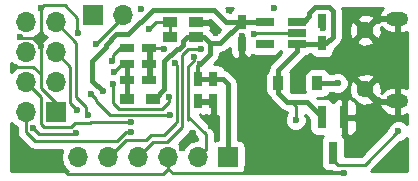
<source format=gbl>
G04 #@! TF.FileFunction,Copper,L2,Bot,Signal*
%FSLAX46Y46*%
G04 Gerber Fmt 4.6, Leading zero omitted, Abs format (unit mm)*
G04 Created by KiCad (PCBNEW 4.0.7) date 04/14/18 18:56:33*
%MOMM*%
%LPD*%
G01*
G04 APERTURE LIST*
%ADD10C,0.100000*%
%ADD11R,0.750000X1.200000*%
%ADD12R,1.200000X0.750000*%
%ADD13C,1.450000*%
%ADD14O,1.900000X1.200000*%
%ADD15R,1.700000X1.700000*%
%ADD16O,1.700000X1.700000*%
%ADD17R,1.200000X0.900000*%
%ADD18R,0.900000X1.200000*%
%ADD19R,1.560000X0.650000*%
%ADD20R,0.800000X1.900000*%
%ADD21C,0.600000*%
%ADD22C,0.250000*%
%ADD23C,0.400000*%
%ADD24C,0.300000*%
%ADD25C,0.254000*%
G04 APERTURE END LIST*
D10*
D11*
X120332500Y-56385500D03*
X120332500Y-54485500D03*
X113538000Y-54549000D03*
X113538000Y-56449000D03*
D12*
X103825000Y-59499500D03*
X105725000Y-59499500D03*
X103825000Y-58166000D03*
X105725000Y-58166000D03*
X103825000Y-56769000D03*
X105725000Y-56769000D03*
D11*
X109855000Y-59375000D03*
X109855000Y-61275000D03*
X111125000Y-59375000D03*
X111125000Y-61275000D03*
D13*
X124015000Y-60285000D03*
X124015000Y-55285000D03*
D14*
X126715000Y-61285000D03*
X126715000Y-54285000D03*
D15*
X100965000Y-53975000D03*
D16*
X103505000Y-53975000D03*
D17*
X106065500Y-61087000D03*
X103865500Y-61087000D03*
X107485000Y-55880000D03*
X109685000Y-55880000D03*
X107485000Y-54610000D03*
X109685000Y-54610000D03*
D18*
X116650500Y-59753500D03*
X119950500Y-59753500D03*
D19*
X118190000Y-54549000D03*
X118190000Y-55499000D03*
X118190000Y-56449000D03*
X115490000Y-56449000D03*
X115490000Y-54549000D03*
D20*
X120335000Y-62635000D03*
X122235000Y-62635000D03*
X121285000Y-65635000D03*
D15*
X97790000Y-62230000D03*
D16*
X95250000Y-62230000D03*
X97790000Y-59690000D03*
X95250000Y-59690000D03*
X97790000Y-57150000D03*
X95250000Y-57150000D03*
X97790000Y-54610000D03*
X95250000Y-54610000D03*
D15*
X112395000Y-66040000D03*
D16*
X109855000Y-66040000D03*
X107315000Y-66040000D03*
X104775000Y-66040000D03*
X102235000Y-66040000D03*
X99695000Y-66040000D03*
D21*
X118110000Y-62865000D03*
X114554000Y-58229500D03*
X120269000Y-58039000D03*
X122428000Y-56705500D03*
X125095000Y-61912500D03*
X122301000Y-54419500D03*
X124015500Y-53594000D03*
X113982500Y-66992500D03*
X94678500Y-66929000D03*
X96520000Y-56578500D03*
X94742000Y-55880000D03*
X99695000Y-55499000D03*
X96520000Y-53403500D03*
X94361000Y-58420000D03*
X111506000Y-55308500D03*
X116268500Y-53403500D03*
X112458500Y-53594000D03*
X114554000Y-55562500D03*
X113538000Y-55753000D03*
X105029000Y-53467000D03*
X106997500Y-56896000D03*
X110934500Y-63373000D03*
X108521500Y-65214500D03*
X109410500Y-63944500D03*
X114173000Y-63309500D03*
X115379500Y-65341500D03*
X114173000Y-60134500D03*
X122174000Y-61023500D03*
X120078500Y-65976500D03*
X122237500Y-67373500D03*
X127254000Y-67119500D03*
X127063500Y-65024000D03*
X126715000Y-56785000D03*
X126682500Y-58801000D03*
X120459500Y-55118000D03*
X101790500Y-60452000D03*
X110045500Y-58102500D03*
X102743000Y-58801000D03*
X107886500Y-58039000D03*
X102552500Y-57848500D03*
X99504500Y-63944500D03*
X95885000Y-63563500D03*
X126809500Y-63817500D03*
X104140000Y-63881000D03*
X104203500Y-63055500D03*
X99631500Y-62039500D03*
X100520500Y-62484000D03*
X100774500Y-60642500D03*
X107442000Y-62420500D03*
X121666000Y-59753500D03*
X109474000Y-57531000D03*
X110109000Y-56896000D03*
X101219000Y-56451500D03*
X102616000Y-59817000D03*
X107378500Y-60960000D03*
X105727500Y-55181500D03*
D22*
X117411500Y-61341000D02*
X117729000Y-61341000D01*
X118110000Y-61722000D02*
X118110000Y-62865000D01*
X117729000Y-61341000D02*
X118110000Y-61722000D01*
D23*
X116650500Y-59753500D02*
X116650500Y-60580000D01*
X119041000Y-61341000D02*
X120335000Y-62635000D01*
X117411500Y-61341000D02*
X119041000Y-61341000D01*
X116650500Y-60580000D02*
X117411500Y-61341000D01*
X118190000Y-54549000D02*
X118806000Y-54549000D01*
X118806000Y-54549000D02*
X119253000Y-54102000D01*
X119253000Y-54102000D02*
X119253000Y-53784500D01*
X119253000Y-53784500D02*
X119761000Y-53276500D01*
X119761000Y-53276500D02*
X120904000Y-53276500D01*
X120904000Y-53276500D02*
X121285000Y-53657500D01*
X121285000Y-53657500D02*
X121285000Y-55816500D01*
X121285000Y-55816500D02*
X120716000Y-56385500D01*
X120716000Y-56385500D02*
X120332500Y-56385500D01*
X118190000Y-56449000D02*
X120269000Y-56449000D01*
X120269000Y-56449000D02*
X120332500Y-56385500D01*
X116650500Y-59753500D02*
X116650500Y-58609500D01*
X118190000Y-57070000D02*
X118190000Y-56449000D01*
X116650500Y-58609500D02*
X118190000Y-57070000D01*
D22*
X113538000Y-57213500D02*
X114554000Y-58229500D01*
X113538000Y-56449000D02*
X113538000Y-57213500D01*
X122174000Y-56705500D02*
X120840500Y-58039000D01*
X120840500Y-58039000D02*
X120269000Y-58039000D01*
X122428000Y-56705500D02*
X122174000Y-56705500D01*
X122301000Y-54419500D02*
X123190000Y-54419500D01*
X123190000Y-54419500D02*
X124015500Y-53594000D01*
X113474500Y-67373500D02*
X113601500Y-67373500D01*
X113601500Y-67373500D02*
X113982500Y-66992500D01*
X107315000Y-66040000D02*
X107315000Y-66992500D01*
X107315000Y-66992500D02*
X107696000Y-67373500D01*
X107696000Y-67373500D02*
X113474500Y-67373500D01*
X113474500Y-67373500D02*
X115697000Y-67373500D01*
X98425000Y-67056000D02*
X97726500Y-67056000D01*
X98806000Y-67437000D02*
X98425000Y-67056000D01*
X106870500Y-67437000D02*
X98806000Y-67437000D01*
X107315000Y-66992500D02*
X106870500Y-67437000D01*
X94678500Y-66929000D02*
X94805500Y-67056000D01*
X94805500Y-67056000D02*
X97726500Y-67056000D01*
X96520000Y-56578500D02*
X96520000Y-56261000D01*
X95885000Y-55943500D02*
X96520000Y-56578500D01*
X94805500Y-55943500D02*
X95885000Y-55943500D01*
X94742000Y-55880000D02*
X94805500Y-55943500D01*
X96520000Y-53403500D02*
X96520000Y-56261000D01*
X96520000Y-56261000D02*
X96520000Y-58991500D01*
X99631500Y-55435500D02*
X99695000Y-55499000D01*
X99631500Y-54229000D02*
X99631500Y-55435500D01*
X98552000Y-53149500D02*
X99631500Y-54229000D01*
X96774000Y-53149500D02*
X98552000Y-53149500D01*
X96520000Y-53403500D02*
X96774000Y-53149500D01*
X96520000Y-60198000D02*
X97790000Y-61468000D01*
X96520000Y-58991500D02*
X96520000Y-60198000D01*
X95885000Y-58356500D02*
X96520000Y-58991500D01*
X94361000Y-58420000D02*
X94424500Y-58356500D01*
X94424500Y-58356500D02*
X95885000Y-58356500D01*
X97790000Y-61468000D02*
X97790000Y-62230000D01*
D23*
X109685000Y-54610000D02*
X110807500Y-54610000D01*
X110807500Y-54610000D02*
X111506000Y-55308500D01*
D22*
X113538000Y-56449000D02*
X113538000Y-55753000D01*
X114617500Y-55499000D02*
X118190000Y-55499000D01*
X114554000Y-55562500D02*
X114617500Y-55499000D01*
X105725000Y-56769000D02*
X106870500Y-56769000D01*
X106870500Y-56769000D02*
X106997500Y-56896000D01*
X108521500Y-65214500D02*
X108521500Y-64833500D01*
X111125000Y-63182500D02*
X110934500Y-63373000D01*
X111125000Y-61275000D02*
X111125000Y-63182500D01*
X108521500Y-64833500D02*
X109410500Y-63944500D01*
X114173000Y-63309500D02*
X114173000Y-60134500D01*
X122237500Y-67373500D02*
X115697000Y-67373500D01*
X115379500Y-67056000D02*
X115379500Y-65341500D01*
X115697000Y-67373500D02*
X115379500Y-67056000D01*
X122235000Y-61084500D02*
X122235000Y-62635000D01*
X122174000Y-61023500D02*
X122235000Y-61084500D01*
X120078500Y-66675000D02*
X120078500Y-65976500D01*
X120650000Y-67246500D02*
X120078500Y-66675000D01*
X122110500Y-67246500D02*
X120650000Y-67246500D01*
X122237500Y-67373500D02*
X122110500Y-67246500D01*
X127254000Y-65214500D02*
X127254000Y-67119500D01*
X127063500Y-65024000D02*
X127254000Y-65214500D01*
X126682500Y-56817500D02*
X126682500Y-58801000D01*
X126682500Y-56817500D02*
X126715000Y-56785000D01*
X120332500Y-54485500D02*
X120332500Y-54991000D01*
X120332500Y-54991000D02*
X120459500Y-55118000D01*
D23*
X110871000Y-56388000D02*
X111699000Y-56388000D01*
X111699000Y-56388000D02*
X113538000Y-54549000D01*
X109685000Y-55880000D02*
X110363000Y-55880000D01*
X110871000Y-57277000D02*
X110045500Y-58102500D01*
X110871000Y-56388000D02*
X110871000Y-57277000D01*
X110363000Y-55880000D02*
X110871000Y-56388000D01*
X109685000Y-55880000D02*
X108902500Y-55880000D01*
X106997500Y-57912000D02*
X108077000Y-56832500D01*
X106997500Y-60261500D02*
X106172000Y-61087000D01*
X106997500Y-60261500D02*
X106997500Y-59563000D01*
X106997500Y-59563000D02*
X106997500Y-57912000D01*
X108267500Y-56832500D02*
X108077000Y-56832500D01*
X108585000Y-56515000D02*
X108267500Y-56832500D01*
X108585000Y-56197500D02*
X108585000Y-56515000D01*
X108902500Y-55880000D02*
X108585000Y-56197500D01*
X102044500Y-56515000D02*
X102044500Y-56705500D01*
X112207000Y-54549000D02*
X111188500Y-53530500D01*
X111188500Y-53530500D02*
X106045000Y-53530500D01*
X106045000Y-53530500D02*
X103949500Y-55626000D01*
X103949500Y-55626000D02*
X102933500Y-55626000D01*
X102933500Y-55626000D02*
X102044500Y-56515000D01*
X112456000Y-54549000D02*
X112207000Y-54549000D01*
X100901500Y-59563000D02*
X101790500Y-60452000D01*
X100901500Y-57848500D02*
X100901500Y-59563000D01*
X102044500Y-56705500D02*
X100901500Y-57848500D01*
X113538000Y-54549000D02*
X112456000Y-54549000D01*
D24*
X109855000Y-59375000D02*
X109855000Y-58293000D01*
X109855000Y-58293000D02*
X110045500Y-58102500D01*
D23*
X111125000Y-59375000D02*
X111953000Y-59375000D01*
X111953000Y-59375000D02*
X112395000Y-59817000D01*
X112395000Y-59817000D02*
X112395000Y-66040000D01*
X109855000Y-59375000D02*
X111125000Y-59375000D01*
X106065500Y-61087000D02*
X106172000Y-61087000D01*
X115490000Y-54549000D02*
X113538000Y-54549000D01*
D22*
X103825000Y-58166000D02*
X103378000Y-58166000D01*
X103378000Y-58166000D02*
X102743000Y-58801000D01*
D23*
X103825000Y-59499500D02*
X103825000Y-61046500D01*
X103825000Y-61046500D02*
X103865500Y-61087000D01*
X103825000Y-58166000D02*
X103825000Y-59499500D01*
D22*
X107950000Y-63119000D02*
X107950000Y-63113498D01*
X103759000Y-64579500D02*
X105410000Y-64579500D01*
X105410000Y-64579500D02*
X105854500Y-64135000D01*
X105854500Y-64135000D02*
X106934000Y-64135000D01*
X106934000Y-64135000D02*
X107950000Y-63119000D01*
X102298500Y-66040000D02*
X103759000Y-64579500D01*
X108071498Y-58223998D02*
X107886500Y-58039000D01*
X108071498Y-62992000D02*
X108071498Y-58223998D01*
X107950000Y-63113498D02*
X108071498Y-62992000D01*
X102235000Y-66040000D02*
X102298500Y-66040000D01*
X102552500Y-57848500D02*
X102616000Y-57785000D01*
X102616000Y-57785000D02*
X102616000Y-57404000D01*
X102616000Y-57404000D02*
X103251000Y-56769000D01*
X103251000Y-56769000D02*
X103825000Y-56769000D01*
X99504500Y-63944500D02*
X99377500Y-64071500D01*
X99377500Y-64071500D02*
X96393000Y-64071500D01*
X96393000Y-64071500D02*
X95885000Y-63563500D01*
X121285000Y-65635000D02*
X121285000Y-66230500D01*
X121285000Y-66230500D02*
X121729500Y-66675000D01*
X121729500Y-66675000D02*
X123952000Y-66675000D01*
X123952000Y-66675000D02*
X126809500Y-63817500D01*
X104140000Y-63881000D02*
X103759000Y-63881000D01*
X95250000Y-63881000D02*
X95250000Y-63246000D01*
X96012000Y-64643000D02*
X95250000Y-63881000D01*
X102997000Y-64643000D02*
X96012000Y-64643000D01*
X103759000Y-63881000D02*
X102997000Y-64643000D01*
X95250000Y-63373000D02*
X95250000Y-63246000D01*
X104140000Y-63881000D02*
X104076500Y-63944500D01*
X95250000Y-63246000D02*
X95250000Y-62230000D01*
X102489000Y-63055500D02*
X100774500Y-63055500D01*
X104203500Y-63055500D02*
X102489000Y-63055500D01*
X96831998Y-63494498D02*
X96520000Y-63182500D01*
X96520000Y-63182500D02*
X96520000Y-60960000D01*
X95250000Y-59690000D02*
X96520000Y-60960000D01*
X99065502Y-63494498D02*
X96831998Y-63494498D01*
X99441000Y-63119000D02*
X99065502Y-63494498D01*
X100711000Y-63119000D02*
X99441000Y-63119000D01*
X100774500Y-63055500D02*
X100711000Y-63119000D01*
X98996500Y-58356500D02*
X97790000Y-57150000D01*
X98996500Y-61404500D02*
X98996500Y-58356500D01*
X99631500Y-62039500D02*
X98996500Y-61404500D01*
X99504500Y-56324500D02*
X97790000Y-54610000D01*
X99504500Y-60960000D02*
X99504500Y-56324500D01*
X100330000Y-61785500D02*
X99504500Y-60960000D01*
X100330000Y-62293500D02*
X100330000Y-61785500D01*
X100520500Y-62484000D02*
X100330000Y-62293500D01*
X106934000Y-62420500D02*
X107442000Y-62420500D01*
X106934000Y-62420500D02*
X102362000Y-62420500D01*
X100774500Y-60642500D02*
X101219000Y-61087000D01*
X101219000Y-61087000D02*
X101219000Y-61277500D01*
X101219000Y-61277500D02*
X102362000Y-62420500D01*
D23*
X121666000Y-59753500D02*
X119950500Y-59753500D01*
D22*
X109029500Y-62484000D02*
X109029500Y-62611000D01*
X110490000Y-65405000D02*
X109855000Y-66040000D01*
X110490000Y-64071500D02*
X110490000Y-65405000D01*
X109029500Y-62611000D02*
X110490000Y-64071500D01*
X109474000Y-57531000D02*
X109474000Y-57848500D01*
X109029500Y-60579000D02*
X109029500Y-62484000D01*
X109029500Y-62484000D02*
X109029500Y-62865000D01*
X109029500Y-58293000D02*
X109029500Y-60579000D01*
X109474000Y-57848500D02*
X109029500Y-58293000D01*
X110109000Y-56896000D02*
X108966000Y-56896000D01*
X106045000Y-64770000D02*
X104775000Y-66040000D01*
X108521500Y-63500000D02*
X108521500Y-61023500D01*
X107251500Y-64770000D02*
X108521500Y-63500000D01*
X106045000Y-64770000D02*
X107251500Y-64770000D01*
X108521500Y-57340500D02*
X108521500Y-61023500D01*
X108966000Y-56896000D02*
X108521500Y-57340500D01*
X110109000Y-56896000D02*
X109982000Y-56896000D01*
X101219000Y-56451500D02*
X103505000Y-54165500D01*
X103505000Y-54165500D02*
X103505000Y-53975000D01*
X106172000Y-61912500D02*
X106807000Y-61912500D01*
X102616000Y-59817000D02*
X102679500Y-59880500D01*
X102679500Y-59880500D02*
X102679500Y-61468000D01*
X102679500Y-61468000D02*
X103124000Y-61912500D01*
X103124000Y-61912500D02*
X106172000Y-61912500D01*
X107378500Y-61341000D02*
X107378500Y-60960000D01*
X106807000Y-61912500D02*
X107378500Y-61341000D01*
X107485000Y-54610000D02*
X106299000Y-54610000D01*
X106299000Y-54610000D02*
X105727500Y-55181500D01*
X107485000Y-54610000D02*
X107485000Y-55880000D01*
D25*
G36*
X94170853Y-63280054D02*
X94490000Y-63493301D01*
X94490000Y-63881000D01*
X94547852Y-64171839D01*
X94712599Y-64418401D01*
X95474599Y-65180401D01*
X95721161Y-65345148D01*
X96012000Y-65403000D01*
X98349514Y-65403000D01*
X98323039Y-65442622D01*
X98210000Y-66010907D01*
X98210000Y-66069093D01*
X98323039Y-66637378D01*
X98644946Y-67119147D01*
X98818333Y-67235000D01*
X94055000Y-67235000D01*
X94055000Y-63106667D01*
X94170853Y-63280054D01*
X94170853Y-63280054D01*
G37*
X94170853Y-63280054D02*
X94490000Y-63493301D01*
X94490000Y-63881000D01*
X94547852Y-64171839D01*
X94712599Y-64418401D01*
X95474599Y-65180401D01*
X95721161Y-65345148D01*
X96012000Y-65403000D01*
X98349514Y-65403000D01*
X98323039Y-65442622D01*
X98210000Y-66010907D01*
X98210000Y-66069093D01*
X98323039Y-66637378D01*
X98644946Y-67119147D01*
X98818333Y-67235000D01*
X94055000Y-67235000D01*
X94055000Y-63106667D01*
X94170853Y-63280054D01*
G36*
X127560000Y-67235000D02*
X124455579Y-67235000D01*
X124489401Y-67212401D01*
X126949180Y-64752622D01*
X126994667Y-64752662D01*
X127338443Y-64610617D01*
X127560000Y-64389446D01*
X127560000Y-67235000D01*
X127560000Y-67235000D01*
G37*
X127560000Y-67235000D02*
X124455579Y-67235000D01*
X124489401Y-67212401D01*
X126949180Y-64752622D01*
X126994667Y-64752662D01*
X127338443Y-64610617D01*
X127560000Y-64389446D01*
X127560000Y-67235000D01*
G36*
X113665000Y-56322000D02*
X113685000Y-56322000D01*
X113685000Y-56576000D01*
X113665000Y-56576000D01*
X113665000Y-57525250D01*
X113823750Y-57684000D01*
X114039310Y-57684000D01*
X114272699Y-57587327D01*
X114451327Y-57408698D01*
X114466476Y-57372125D01*
X114710000Y-57421440D01*
X116270000Y-57421440D01*
X116505317Y-57377162D01*
X116721441Y-57238090D01*
X116841233Y-57062768D01*
X116909803Y-57169329D01*
X116060066Y-58019066D01*
X115879061Y-58289959D01*
X115815500Y-58609500D01*
X115815500Y-58646656D01*
X115749059Y-58689410D01*
X115604069Y-58901610D01*
X115553060Y-59153500D01*
X115553060Y-60353500D01*
X115597338Y-60588817D01*
X115736410Y-60804941D01*
X115882589Y-60904821D01*
X116023962Y-61116401D01*
X116060066Y-61170434D01*
X116821066Y-61931435D01*
X117091960Y-62112440D01*
X117350000Y-62163767D01*
X117350000Y-62302537D01*
X117317808Y-62334673D01*
X117175162Y-62678201D01*
X117174838Y-63050167D01*
X117316883Y-63393943D01*
X117579673Y-63657192D01*
X117923201Y-63799838D01*
X118295167Y-63800162D01*
X118638943Y-63658117D01*
X118902192Y-63395327D01*
X119044838Y-63051799D01*
X119045162Y-62679833D01*
X118936865Y-62417733D01*
X119287560Y-62768428D01*
X119287560Y-63585000D01*
X119331838Y-63820317D01*
X119470910Y-64036441D01*
X119683110Y-64181431D01*
X119935000Y-64232440D01*
X120425681Y-64232440D01*
X120288569Y-64433110D01*
X120237560Y-64685000D01*
X120237560Y-66585000D01*
X120281838Y-66820317D01*
X120420910Y-67036441D01*
X120633110Y-67181431D01*
X120885000Y-67232440D01*
X121222090Y-67232440D01*
X121225921Y-67235000D01*
X113777812Y-67235000D01*
X113841431Y-67141890D01*
X113892440Y-66890000D01*
X113892440Y-65190000D01*
X113848162Y-64954683D01*
X113709090Y-64738559D01*
X113496890Y-64593569D01*
X113245000Y-64542560D01*
X113230000Y-64542560D01*
X113230000Y-59817000D01*
X113166439Y-59497459D01*
X112985434Y-59226566D01*
X112543434Y-58784566D01*
X112541596Y-58783338D01*
X112272541Y-58603561D01*
X112109063Y-58571043D01*
X112103162Y-58539683D01*
X111964090Y-58323559D01*
X111751890Y-58178569D01*
X111500000Y-58127560D01*
X111201308Y-58127560D01*
X111461434Y-57867434D01*
X111505093Y-57802093D01*
X111642439Y-57596541D01*
X111706000Y-57277000D01*
X111706000Y-57221608D01*
X112018541Y-57159439D01*
X112289434Y-56978434D01*
X112528000Y-56739868D01*
X112528000Y-57175309D01*
X112624673Y-57408698D01*
X112803301Y-57587327D01*
X113036690Y-57684000D01*
X113252250Y-57684000D01*
X113411000Y-57525250D01*
X113411000Y-56576000D01*
X113391000Y-56576000D01*
X113391000Y-56322000D01*
X113411000Y-56322000D01*
X113411000Y-56302000D01*
X113665000Y-56302000D01*
X113665000Y-56322000D01*
X113665000Y-56322000D01*
G37*
X113665000Y-56322000D02*
X113685000Y-56322000D01*
X113685000Y-56576000D01*
X113665000Y-56576000D01*
X113665000Y-57525250D01*
X113823750Y-57684000D01*
X114039310Y-57684000D01*
X114272699Y-57587327D01*
X114451327Y-57408698D01*
X114466476Y-57372125D01*
X114710000Y-57421440D01*
X116270000Y-57421440D01*
X116505317Y-57377162D01*
X116721441Y-57238090D01*
X116841233Y-57062768D01*
X116909803Y-57169329D01*
X116060066Y-58019066D01*
X115879061Y-58289959D01*
X115815500Y-58609500D01*
X115815500Y-58646656D01*
X115749059Y-58689410D01*
X115604069Y-58901610D01*
X115553060Y-59153500D01*
X115553060Y-60353500D01*
X115597338Y-60588817D01*
X115736410Y-60804941D01*
X115882589Y-60904821D01*
X116023962Y-61116401D01*
X116060066Y-61170434D01*
X116821066Y-61931435D01*
X117091960Y-62112440D01*
X117350000Y-62163767D01*
X117350000Y-62302537D01*
X117317808Y-62334673D01*
X117175162Y-62678201D01*
X117174838Y-63050167D01*
X117316883Y-63393943D01*
X117579673Y-63657192D01*
X117923201Y-63799838D01*
X118295167Y-63800162D01*
X118638943Y-63658117D01*
X118902192Y-63395327D01*
X119044838Y-63051799D01*
X119045162Y-62679833D01*
X118936865Y-62417733D01*
X119287560Y-62768428D01*
X119287560Y-63585000D01*
X119331838Y-63820317D01*
X119470910Y-64036441D01*
X119683110Y-64181431D01*
X119935000Y-64232440D01*
X120425681Y-64232440D01*
X120288569Y-64433110D01*
X120237560Y-64685000D01*
X120237560Y-66585000D01*
X120281838Y-66820317D01*
X120420910Y-67036441D01*
X120633110Y-67181431D01*
X120885000Y-67232440D01*
X121222090Y-67232440D01*
X121225921Y-67235000D01*
X113777812Y-67235000D01*
X113841431Y-67141890D01*
X113892440Y-66890000D01*
X113892440Y-65190000D01*
X113848162Y-64954683D01*
X113709090Y-64738559D01*
X113496890Y-64593569D01*
X113245000Y-64542560D01*
X113230000Y-64542560D01*
X113230000Y-59817000D01*
X113166439Y-59497459D01*
X112985434Y-59226566D01*
X112543434Y-58784566D01*
X112541596Y-58783338D01*
X112272541Y-58603561D01*
X112109063Y-58571043D01*
X112103162Y-58539683D01*
X111964090Y-58323559D01*
X111751890Y-58178569D01*
X111500000Y-58127560D01*
X111201308Y-58127560D01*
X111461434Y-57867434D01*
X111505093Y-57802093D01*
X111642439Y-57596541D01*
X111706000Y-57277000D01*
X111706000Y-57221608D01*
X112018541Y-57159439D01*
X112289434Y-56978434D01*
X112528000Y-56739868D01*
X112528000Y-57175309D01*
X112624673Y-57408698D01*
X112803301Y-57587327D01*
X113036690Y-57684000D01*
X113252250Y-57684000D01*
X113411000Y-57525250D01*
X113411000Y-56576000D01*
X113391000Y-56576000D01*
X113391000Y-56322000D01*
X113411000Y-56322000D01*
X113411000Y-56302000D01*
X113665000Y-56302000D01*
X113665000Y-56322000D01*
G36*
X107442000Y-65913000D02*
X107462000Y-65913000D01*
X107462000Y-66167000D01*
X107442000Y-66167000D01*
X107442000Y-66187000D01*
X107188000Y-66187000D01*
X107188000Y-66167000D01*
X107168000Y-66167000D01*
X107168000Y-65913000D01*
X107188000Y-65913000D01*
X107188000Y-65893000D01*
X107442000Y-65893000D01*
X107442000Y-65913000D01*
X107442000Y-65913000D01*
G37*
X107442000Y-65913000D02*
X107462000Y-65913000D01*
X107462000Y-66167000D01*
X107442000Y-66167000D01*
X107442000Y-66187000D01*
X107188000Y-66187000D01*
X107188000Y-66167000D01*
X107168000Y-66167000D01*
X107168000Y-65913000D01*
X107188000Y-65913000D01*
X107188000Y-65893000D01*
X107442000Y-65893000D01*
X107442000Y-65913000D01*
G36*
X125401920Y-53501526D02*
X125175408Y-53929719D01*
X125171538Y-53967391D01*
X125296269Y-54158000D01*
X126588000Y-54158000D01*
X126588000Y-54138000D01*
X126842000Y-54138000D01*
X126842000Y-54158000D01*
X126862000Y-54158000D01*
X126862000Y-54412000D01*
X126842000Y-54412000D01*
X126842000Y-55520000D01*
X127192000Y-55520000D01*
X127560000Y-55406638D01*
X127560000Y-60163362D01*
X127192000Y-60050000D01*
X126842000Y-60050000D01*
X126842000Y-61158000D01*
X126862000Y-61158000D01*
X126862000Y-61412000D01*
X126842000Y-61412000D01*
X126842000Y-62520000D01*
X127192000Y-62520000D01*
X127560000Y-62406638D01*
X127560000Y-63245866D01*
X127339827Y-63025308D01*
X126996299Y-62882662D01*
X126624333Y-62882338D01*
X126280557Y-63024383D01*
X126017308Y-63287173D01*
X125874662Y-63630701D01*
X125874621Y-63677577D01*
X123637198Y-65915000D01*
X122332440Y-65915000D01*
X122332440Y-64685000D01*
X122288162Y-64449683D01*
X122149090Y-64233559D01*
X122022314Y-64146936D01*
X122108000Y-64061250D01*
X122108000Y-62762000D01*
X122362000Y-62762000D01*
X122362000Y-64061250D01*
X122520750Y-64220000D01*
X122761310Y-64220000D01*
X122994699Y-64123327D01*
X123173327Y-63944698D01*
X123270000Y-63711309D01*
X123270000Y-62920750D01*
X123111250Y-62762000D01*
X122362000Y-62762000D01*
X122108000Y-62762000D01*
X122088000Y-62762000D01*
X122088000Y-62508000D01*
X122108000Y-62508000D01*
X122108000Y-61208750D01*
X122362000Y-61208750D01*
X122362000Y-62508000D01*
X123111250Y-62508000D01*
X123270000Y-62349250D01*
X123270000Y-61558691D01*
X123173327Y-61325302D01*
X123163817Y-61315791D01*
X123241208Y-61238400D01*
X123306122Y-61476753D01*
X123816146Y-61657312D01*
X124356444Y-61628949D01*
X124420034Y-61602609D01*
X125171538Y-61602609D01*
X125175408Y-61640281D01*
X125401920Y-62068474D01*
X125775053Y-62377390D01*
X126238000Y-62520000D01*
X126588000Y-62520000D01*
X126588000Y-61412000D01*
X125296269Y-61412000D01*
X125171538Y-61602609D01*
X124420034Y-61602609D01*
X124723878Y-61476753D01*
X124788793Y-61238398D01*
X124015000Y-60464605D01*
X124000858Y-60478748D01*
X123821253Y-60299143D01*
X123835395Y-60285000D01*
X124194605Y-60285000D01*
X124968398Y-61058793D01*
X125191576Y-60998012D01*
X125296269Y-61158000D01*
X126588000Y-61158000D01*
X126588000Y-60050000D01*
X126238000Y-60050000D01*
X125775053Y-60192610D01*
X125401920Y-60501526D01*
X125338842Y-60620768D01*
X125387312Y-60483854D01*
X125358949Y-59943556D01*
X125206753Y-59576122D01*
X124968398Y-59511207D01*
X124194605Y-60285000D01*
X123835395Y-60285000D01*
X123061602Y-59511207D01*
X122823247Y-59576122D01*
X122642688Y-60086146D01*
X122671051Y-60626444D01*
X122823247Y-60993878D01*
X123061600Y-61058792D01*
X122979864Y-61140528D01*
X122761310Y-61050000D01*
X122520750Y-61050000D01*
X122362000Y-61208750D01*
X122108000Y-61208750D01*
X121949250Y-61050000D01*
X121708690Y-61050000D01*
X121475301Y-61146673D01*
X121296673Y-61325302D01*
X121281577Y-61361747D01*
X121199090Y-61233559D01*
X120986890Y-61088569D01*
X120735000Y-61037560D01*
X119935000Y-61037560D01*
X119921052Y-61040184D01*
X119881808Y-61000940D01*
X120400500Y-61000940D01*
X120635817Y-60956662D01*
X120851941Y-60817590D01*
X120996931Y-60605390D01*
X121000351Y-60588500D01*
X121238766Y-60588500D01*
X121479201Y-60688338D01*
X121851167Y-60688662D01*
X122194943Y-60546617D01*
X122458192Y-60283827D01*
X122600838Y-59940299D01*
X122601162Y-59568333D01*
X122503347Y-59331602D01*
X123241207Y-59331602D01*
X124015000Y-60105395D01*
X124788793Y-59331602D01*
X124723878Y-59093247D01*
X124213854Y-58912688D01*
X123673556Y-58941051D01*
X123306122Y-59093247D01*
X123241207Y-59331602D01*
X122503347Y-59331602D01*
X122459117Y-59224557D01*
X122196327Y-58961308D01*
X121852799Y-58818662D01*
X121480833Y-58818338D01*
X121238422Y-58918500D01*
X121003722Y-58918500D01*
X121003662Y-58918183D01*
X120864590Y-58702059D01*
X120652390Y-58557069D01*
X120400500Y-58506060D01*
X119500500Y-58506060D01*
X119265183Y-58550338D01*
X119049059Y-58689410D01*
X118904069Y-58901610D01*
X118853060Y-59153500D01*
X118853060Y-60353500D01*
X118881755Y-60506000D01*
X117757369Y-60506000D01*
X117723846Y-60472478D01*
X117747940Y-60353500D01*
X117747940Y-59153500D01*
X117703662Y-58918183D01*
X117632803Y-58808065D01*
X118780434Y-57660434D01*
X118940125Y-57421440D01*
X118970000Y-57421440D01*
X119205317Y-57377162D01*
X119350095Y-57284000D01*
X119394995Y-57284000D01*
X119493410Y-57436941D01*
X119705610Y-57581931D01*
X119957500Y-57632940D01*
X120707500Y-57632940D01*
X120942817Y-57588662D01*
X121158941Y-57449590D01*
X121303931Y-57237390D01*
X121354940Y-56985500D01*
X121354940Y-56927428D01*
X121875435Y-56406934D01*
X121988046Y-56238398D01*
X123241207Y-56238398D01*
X123306122Y-56476753D01*
X123816146Y-56657312D01*
X124356444Y-56628949D01*
X124723878Y-56476753D01*
X124788793Y-56238398D01*
X124015000Y-55464605D01*
X123241207Y-56238398D01*
X121988046Y-56238398D01*
X122056440Y-56136040D01*
X122120000Y-55816500D01*
X122120000Y-55086146D01*
X122642688Y-55086146D01*
X122671051Y-55626444D01*
X122823247Y-55993878D01*
X123061602Y-56058793D01*
X123835395Y-55285000D01*
X124194605Y-55285000D01*
X124968398Y-56058793D01*
X125206753Y-55993878D01*
X125387312Y-55483854D01*
X125361495Y-54992055D01*
X125401920Y-55068474D01*
X125775053Y-55377390D01*
X126238000Y-55520000D01*
X126588000Y-55520000D01*
X126588000Y-54412000D01*
X125296269Y-54412000D01*
X125191576Y-54571988D01*
X124968398Y-54511207D01*
X124194605Y-55285000D01*
X123835395Y-55285000D01*
X123061602Y-54511207D01*
X122823247Y-54576122D01*
X122642688Y-55086146D01*
X122120000Y-55086146D01*
X122120000Y-54331602D01*
X123241207Y-54331602D01*
X124015000Y-55105395D01*
X124788793Y-54331602D01*
X124723878Y-54093247D01*
X124213854Y-53912688D01*
X123673556Y-53941051D01*
X123306122Y-54093247D01*
X123241207Y-54331602D01*
X122120000Y-54331602D01*
X122120000Y-53657500D01*
X122071763Y-53415000D01*
X125506433Y-53415000D01*
X125401920Y-53501526D01*
X125401920Y-53501526D01*
G37*
X125401920Y-53501526D02*
X125175408Y-53929719D01*
X125171538Y-53967391D01*
X125296269Y-54158000D01*
X126588000Y-54158000D01*
X126588000Y-54138000D01*
X126842000Y-54138000D01*
X126842000Y-54158000D01*
X126862000Y-54158000D01*
X126862000Y-54412000D01*
X126842000Y-54412000D01*
X126842000Y-55520000D01*
X127192000Y-55520000D01*
X127560000Y-55406638D01*
X127560000Y-60163362D01*
X127192000Y-60050000D01*
X126842000Y-60050000D01*
X126842000Y-61158000D01*
X126862000Y-61158000D01*
X126862000Y-61412000D01*
X126842000Y-61412000D01*
X126842000Y-62520000D01*
X127192000Y-62520000D01*
X127560000Y-62406638D01*
X127560000Y-63245866D01*
X127339827Y-63025308D01*
X126996299Y-62882662D01*
X126624333Y-62882338D01*
X126280557Y-63024383D01*
X126017308Y-63287173D01*
X125874662Y-63630701D01*
X125874621Y-63677577D01*
X123637198Y-65915000D01*
X122332440Y-65915000D01*
X122332440Y-64685000D01*
X122288162Y-64449683D01*
X122149090Y-64233559D01*
X122022314Y-64146936D01*
X122108000Y-64061250D01*
X122108000Y-62762000D01*
X122362000Y-62762000D01*
X122362000Y-64061250D01*
X122520750Y-64220000D01*
X122761310Y-64220000D01*
X122994699Y-64123327D01*
X123173327Y-63944698D01*
X123270000Y-63711309D01*
X123270000Y-62920750D01*
X123111250Y-62762000D01*
X122362000Y-62762000D01*
X122108000Y-62762000D01*
X122088000Y-62762000D01*
X122088000Y-62508000D01*
X122108000Y-62508000D01*
X122108000Y-61208750D01*
X122362000Y-61208750D01*
X122362000Y-62508000D01*
X123111250Y-62508000D01*
X123270000Y-62349250D01*
X123270000Y-61558691D01*
X123173327Y-61325302D01*
X123163817Y-61315791D01*
X123241208Y-61238400D01*
X123306122Y-61476753D01*
X123816146Y-61657312D01*
X124356444Y-61628949D01*
X124420034Y-61602609D01*
X125171538Y-61602609D01*
X125175408Y-61640281D01*
X125401920Y-62068474D01*
X125775053Y-62377390D01*
X126238000Y-62520000D01*
X126588000Y-62520000D01*
X126588000Y-61412000D01*
X125296269Y-61412000D01*
X125171538Y-61602609D01*
X124420034Y-61602609D01*
X124723878Y-61476753D01*
X124788793Y-61238398D01*
X124015000Y-60464605D01*
X124000858Y-60478748D01*
X123821253Y-60299143D01*
X123835395Y-60285000D01*
X124194605Y-60285000D01*
X124968398Y-61058793D01*
X125191576Y-60998012D01*
X125296269Y-61158000D01*
X126588000Y-61158000D01*
X126588000Y-60050000D01*
X126238000Y-60050000D01*
X125775053Y-60192610D01*
X125401920Y-60501526D01*
X125338842Y-60620768D01*
X125387312Y-60483854D01*
X125358949Y-59943556D01*
X125206753Y-59576122D01*
X124968398Y-59511207D01*
X124194605Y-60285000D01*
X123835395Y-60285000D01*
X123061602Y-59511207D01*
X122823247Y-59576122D01*
X122642688Y-60086146D01*
X122671051Y-60626444D01*
X122823247Y-60993878D01*
X123061600Y-61058792D01*
X122979864Y-61140528D01*
X122761310Y-61050000D01*
X122520750Y-61050000D01*
X122362000Y-61208750D01*
X122108000Y-61208750D01*
X121949250Y-61050000D01*
X121708690Y-61050000D01*
X121475301Y-61146673D01*
X121296673Y-61325302D01*
X121281577Y-61361747D01*
X121199090Y-61233559D01*
X120986890Y-61088569D01*
X120735000Y-61037560D01*
X119935000Y-61037560D01*
X119921052Y-61040184D01*
X119881808Y-61000940D01*
X120400500Y-61000940D01*
X120635817Y-60956662D01*
X120851941Y-60817590D01*
X120996931Y-60605390D01*
X121000351Y-60588500D01*
X121238766Y-60588500D01*
X121479201Y-60688338D01*
X121851167Y-60688662D01*
X122194943Y-60546617D01*
X122458192Y-60283827D01*
X122600838Y-59940299D01*
X122601162Y-59568333D01*
X122503347Y-59331602D01*
X123241207Y-59331602D01*
X124015000Y-60105395D01*
X124788793Y-59331602D01*
X124723878Y-59093247D01*
X124213854Y-58912688D01*
X123673556Y-58941051D01*
X123306122Y-59093247D01*
X123241207Y-59331602D01*
X122503347Y-59331602D01*
X122459117Y-59224557D01*
X122196327Y-58961308D01*
X121852799Y-58818662D01*
X121480833Y-58818338D01*
X121238422Y-58918500D01*
X121003722Y-58918500D01*
X121003662Y-58918183D01*
X120864590Y-58702059D01*
X120652390Y-58557069D01*
X120400500Y-58506060D01*
X119500500Y-58506060D01*
X119265183Y-58550338D01*
X119049059Y-58689410D01*
X118904069Y-58901610D01*
X118853060Y-59153500D01*
X118853060Y-60353500D01*
X118881755Y-60506000D01*
X117757369Y-60506000D01*
X117723846Y-60472478D01*
X117747940Y-60353500D01*
X117747940Y-59153500D01*
X117703662Y-58918183D01*
X117632803Y-58808065D01*
X118780434Y-57660434D01*
X118940125Y-57421440D01*
X118970000Y-57421440D01*
X119205317Y-57377162D01*
X119350095Y-57284000D01*
X119394995Y-57284000D01*
X119493410Y-57436941D01*
X119705610Y-57581931D01*
X119957500Y-57632940D01*
X120707500Y-57632940D01*
X120942817Y-57588662D01*
X121158941Y-57449590D01*
X121303931Y-57237390D01*
X121354940Y-56985500D01*
X121354940Y-56927428D01*
X121875435Y-56406934D01*
X121988046Y-56238398D01*
X123241207Y-56238398D01*
X123306122Y-56476753D01*
X123816146Y-56657312D01*
X124356444Y-56628949D01*
X124723878Y-56476753D01*
X124788793Y-56238398D01*
X124015000Y-55464605D01*
X123241207Y-56238398D01*
X121988046Y-56238398D01*
X122056440Y-56136040D01*
X122120000Y-55816500D01*
X122120000Y-55086146D01*
X122642688Y-55086146D01*
X122671051Y-55626444D01*
X122823247Y-55993878D01*
X123061602Y-56058793D01*
X123835395Y-55285000D01*
X124194605Y-55285000D01*
X124968398Y-56058793D01*
X125206753Y-55993878D01*
X125387312Y-55483854D01*
X125361495Y-54992055D01*
X125401920Y-55068474D01*
X125775053Y-55377390D01*
X126238000Y-55520000D01*
X126588000Y-55520000D01*
X126588000Y-54412000D01*
X125296269Y-54412000D01*
X125191576Y-54571988D01*
X124968398Y-54511207D01*
X124194605Y-55285000D01*
X123835395Y-55285000D01*
X123061602Y-54511207D01*
X122823247Y-54576122D01*
X122642688Y-55086146D01*
X122120000Y-55086146D01*
X122120000Y-54331602D01*
X123241207Y-54331602D01*
X124015000Y-55105395D01*
X124788793Y-54331602D01*
X124723878Y-54093247D01*
X124213854Y-53912688D01*
X123673556Y-53941051D01*
X123306122Y-54093247D01*
X123241207Y-54331602D01*
X122120000Y-54331602D01*
X122120000Y-53657500D01*
X122071763Y-53415000D01*
X125506433Y-53415000D01*
X125401920Y-53501526D01*
G36*
X109730000Y-64386302D02*
X109730000Y-64550771D01*
X109286715Y-64638946D01*
X108804946Y-64960853D01*
X108577298Y-65301553D01*
X108510183Y-65158642D01*
X108210642Y-64885660D01*
X109058901Y-64037401D01*
X109187956Y-63844258D01*
X109730000Y-64386302D01*
X109730000Y-64386302D01*
G37*
X109730000Y-64386302D02*
X109730000Y-64550771D01*
X109286715Y-64638946D01*
X108804946Y-64960853D01*
X108577298Y-65301553D01*
X108510183Y-65158642D01*
X108210642Y-64885660D01*
X109058901Y-64037401D01*
X109187956Y-63844258D01*
X109730000Y-64386302D01*
G36*
X109982000Y-61148000D02*
X110998000Y-61148000D01*
X110998000Y-61128000D01*
X111252000Y-61128000D01*
X111252000Y-61148000D01*
X111272000Y-61148000D01*
X111272000Y-61402000D01*
X111252000Y-61402000D01*
X111252000Y-62351250D01*
X111410750Y-62510000D01*
X111560000Y-62510000D01*
X111560000Y-64542560D01*
X111545000Y-64542560D01*
X111309683Y-64586838D01*
X111250000Y-64625243D01*
X111250000Y-64071500D01*
X111192148Y-63780661D01*
X111027401Y-63534099D01*
X109982002Y-62488700D01*
X109982002Y-62351252D01*
X110140750Y-62510000D01*
X110356310Y-62510000D01*
X110490000Y-62454624D01*
X110623690Y-62510000D01*
X110839250Y-62510000D01*
X110998000Y-62351250D01*
X110998000Y-61402000D01*
X109982000Y-61402000D01*
X109982000Y-61422000D01*
X109789500Y-61422000D01*
X109789500Y-61128000D01*
X109982000Y-61128000D01*
X109982000Y-61148000D01*
X109982000Y-61148000D01*
G37*
X109982000Y-61148000D02*
X110998000Y-61148000D01*
X110998000Y-61128000D01*
X111252000Y-61128000D01*
X111252000Y-61148000D01*
X111272000Y-61148000D01*
X111272000Y-61402000D01*
X111252000Y-61402000D01*
X111252000Y-62351250D01*
X111410750Y-62510000D01*
X111560000Y-62510000D01*
X111560000Y-64542560D01*
X111545000Y-64542560D01*
X111309683Y-64586838D01*
X111250000Y-64625243D01*
X111250000Y-64071500D01*
X111192148Y-63780661D01*
X111027401Y-63534099D01*
X109982002Y-62488700D01*
X109982002Y-62351252D01*
X110140750Y-62510000D01*
X110356310Y-62510000D01*
X110490000Y-62454624D01*
X110623690Y-62510000D01*
X110839250Y-62510000D01*
X110998000Y-62351250D01*
X110998000Y-61402000D01*
X109982000Y-61402000D01*
X109982000Y-61422000D01*
X109789500Y-61422000D01*
X109789500Y-61128000D01*
X109982000Y-61128000D01*
X109982000Y-61148000D01*
G36*
X97917000Y-62103000D02*
X97937000Y-62103000D01*
X97937000Y-62357000D01*
X97917000Y-62357000D01*
X97917000Y-62377000D01*
X97663000Y-62377000D01*
X97663000Y-62357000D01*
X97643000Y-62357000D01*
X97643000Y-62103000D01*
X97663000Y-62103000D01*
X97663000Y-62083000D01*
X97917000Y-62083000D01*
X97917000Y-62103000D01*
X97917000Y-62103000D01*
G37*
X97917000Y-62103000D02*
X97937000Y-62103000D01*
X97937000Y-62357000D01*
X97917000Y-62357000D01*
X97917000Y-62377000D01*
X97663000Y-62377000D01*
X97663000Y-62357000D01*
X97643000Y-62357000D01*
X97643000Y-62103000D01*
X97663000Y-62103000D01*
X97663000Y-62083000D01*
X97917000Y-62083000D01*
X97917000Y-62103000D01*
G36*
X105852000Y-56642000D02*
X105872000Y-56642000D01*
X105872000Y-56896000D01*
X105852000Y-56896000D01*
X105852000Y-58039000D01*
X105872000Y-58039000D01*
X105872000Y-58293000D01*
X105852000Y-58293000D01*
X105852000Y-59372500D01*
X105872000Y-59372500D01*
X105872000Y-59626500D01*
X105852000Y-59626500D01*
X105852000Y-59646500D01*
X105598000Y-59646500D01*
X105598000Y-59626500D01*
X105578000Y-59626500D01*
X105578000Y-59372500D01*
X105598000Y-59372500D01*
X105598000Y-58293000D01*
X105578000Y-58293000D01*
X105578000Y-58039000D01*
X105598000Y-58039000D01*
X105598000Y-56896000D01*
X105578000Y-56896000D01*
X105578000Y-56642000D01*
X105598000Y-56642000D01*
X105598000Y-56622000D01*
X105852000Y-56622000D01*
X105852000Y-56642000D01*
X105852000Y-56642000D01*
G37*
X105852000Y-56642000D02*
X105872000Y-56642000D01*
X105872000Y-56896000D01*
X105852000Y-56896000D01*
X105852000Y-58039000D01*
X105872000Y-58039000D01*
X105872000Y-58293000D01*
X105852000Y-58293000D01*
X105852000Y-59372500D01*
X105872000Y-59372500D01*
X105872000Y-59626500D01*
X105852000Y-59626500D01*
X105852000Y-59646500D01*
X105598000Y-59646500D01*
X105598000Y-59626500D01*
X105578000Y-59626500D01*
X105578000Y-59372500D01*
X105598000Y-59372500D01*
X105598000Y-58293000D01*
X105578000Y-58293000D01*
X105578000Y-58039000D01*
X105598000Y-58039000D01*
X105598000Y-56896000D01*
X105578000Y-56896000D01*
X105578000Y-56642000D01*
X105598000Y-56642000D01*
X105598000Y-56622000D01*
X105852000Y-56622000D01*
X105852000Y-56642000D01*
G36*
X94170853Y-58200054D02*
X94500026Y-58420000D01*
X94170853Y-58639946D01*
X94055000Y-58813333D01*
X94055000Y-58026667D01*
X94170853Y-58200054D01*
X94170853Y-58200054D01*
G37*
X94170853Y-58200054D02*
X94500026Y-58420000D01*
X94170853Y-58639946D01*
X94055000Y-58813333D01*
X94055000Y-58026667D01*
X94170853Y-58200054D01*
G36*
X96710853Y-55660054D02*
X97040026Y-55880000D01*
X96710853Y-56099946D01*
X96520000Y-56385578D01*
X96329147Y-56099946D01*
X95999974Y-55880000D01*
X96329147Y-55660054D01*
X96520000Y-55374422D01*
X96710853Y-55660054D01*
X96710853Y-55660054D01*
G37*
X96710853Y-55660054D02*
X97040026Y-55880000D01*
X96710853Y-56099946D01*
X96520000Y-56385578D01*
X96329147Y-56099946D01*
X95999974Y-55880000D01*
X96329147Y-55660054D01*
X96520000Y-55374422D01*
X96710853Y-55660054D01*
G36*
X111616566Y-55139435D02*
X111706563Y-55199569D01*
X111353132Y-55553000D01*
X111216869Y-55553000D01*
X110953434Y-55289566D01*
X110952722Y-55289090D01*
X110899196Y-55253326D01*
X110897024Y-55241779D01*
X110920000Y-55186310D01*
X110920000Y-54895750D01*
X110761250Y-54737000D01*
X109812000Y-54737000D01*
X109812000Y-54757000D01*
X109558000Y-54757000D01*
X109558000Y-54737000D01*
X109538000Y-54737000D01*
X109538000Y-54483000D01*
X109558000Y-54483000D01*
X109558000Y-54463000D01*
X109812000Y-54463000D01*
X109812000Y-54483000D01*
X110761250Y-54483000D01*
X110860691Y-54383559D01*
X111616566Y-55139435D01*
X111616566Y-55139435D01*
G37*
X111616566Y-55139435D02*
X111706563Y-55199569D01*
X111353132Y-55553000D01*
X111216869Y-55553000D01*
X110953434Y-55289566D01*
X110952722Y-55289090D01*
X110899196Y-55253326D01*
X110897024Y-55241779D01*
X110920000Y-55186310D01*
X110920000Y-54895750D01*
X110761250Y-54737000D01*
X109812000Y-54737000D01*
X109812000Y-54757000D01*
X109558000Y-54757000D01*
X109558000Y-54737000D01*
X109538000Y-54737000D01*
X109538000Y-54483000D01*
X109558000Y-54483000D01*
X109558000Y-54463000D01*
X109812000Y-54463000D01*
X109812000Y-54483000D01*
X110761250Y-54483000D01*
X110860691Y-54383559D01*
X111616566Y-55139435D01*
G36*
X120450000Y-54632500D02*
X120205500Y-54632500D01*
X120205500Y-54612500D01*
X120185500Y-54612500D01*
X120185500Y-54358500D01*
X120205500Y-54358500D01*
X120205500Y-54338500D01*
X120450000Y-54338500D01*
X120450000Y-54632500D01*
X120450000Y-54632500D01*
G37*
X120450000Y-54632500D02*
X120205500Y-54632500D01*
X120205500Y-54612500D01*
X120185500Y-54612500D01*
X120185500Y-54358500D01*
X120205500Y-54358500D01*
X120205500Y-54338500D01*
X120450000Y-54338500D01*
X120450000Y-54632500D01*
G36*
X112711559Y-53484910D02*
X112566569Y-53697110D01*
X112563149Y-53714000D01*
X112552869Y-53714000D01*
X112253868Y-53415000D01*
X112820202Y-53415000D01*
X112711559Y-53484910D01*
X112711559Y-53484910D01*
G37*
X112711559Y-53484910D02*
X112566569Y-53697110D01*
X112563149Y-53714000D01*
X112552869Y-53714000D01*
X112253868Y-53415000D01*
X112820202Y-53415000D01*
X112711559Y-53484910D01*
M02*

</source>
